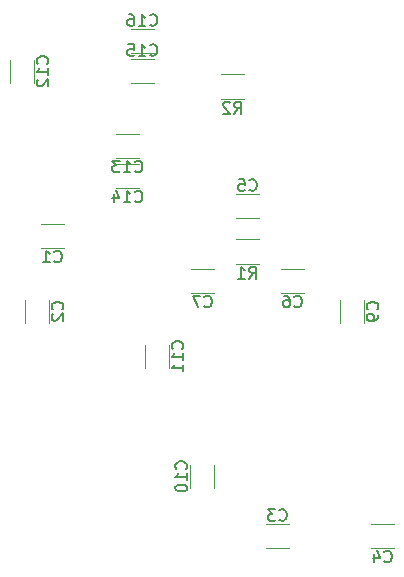
<source format=gbo>
G04 #@! TF.FileFunction,Legend,Bot*
%FSLAX46Y46*%
G04 Gerber Fmt 4.6, Leading zero omitted, Abs format (unit mm)*
G04 Created by KiCad (PCBNEW 4.0.6) date 02/19/18 18:11:23*
%MOMM*%
%LPD*%
G01*
G04 APERTURE LIST*
%ADD10C,0.100000*%
%ADD11C,0.120000*%
%ADD12C,0.150000*%
G04 APERTURE END LIST*
D10*
D11*
X120380000Y-79760000D02*
X118380000Y-79760000D01*
X118380000Y-77720000D02*
X120380000Y-77720000D01*
X119130000Y-84090000D02*
X119130000Y-86090000D01*
X117090000Y-86090000D02*
X117090000Y-84090000D01*
X137430000Y-103120000D02*
X139430000Y-103120000D01*
X139430000Y-105160000D02*
X137430000Y-105160000D01*
X148320000Y-105160000D02*
X146320000Y-105160000D01*
X146320000Y-103120000D02*
X148320000Y-103120000D01*
X134890000Y-75180000D02*
X136890000Y-75180000D01*
X136890000Y-77220000D02*
X134890000Y-77220000D01*
X140700000Y-83570000D02*
X138700000Y-83570000D01*
X138700000Y-81530000D02*
X140700000Y-81530000D01*
X133080000Y-83570000D02*
X131080000Y-83570000D01*
X131080000Y-81530000D02*
X133080000Y-81530000D01*
X145800000Y-84090000D02*
X145800000Y-86090000D01*
X143760000Y-86090000D02*
X143760000Y-84090000D01*
X131060000Y-100060000D02*
X131060000Y-98060000D01*
X133100000Y-98060000D02*
X133100000Y-100060000D01*
X129290000Y-87900000D02*
X129290000Y-89900000D01*
X127250000Y-89900000D02*
X127250000Y-87900000D01*
X117860000Y-63770000D02*
X117860000Y-65770000D01*
X115820000Y-65770000D02*
X115820000Y-63770000D01*
X126730000Y-72140000D02*
X124730000Y-72140000D01*
X124730000Y-70100000D02*
X126730000Y-70100000D01*
X126730000Y-74680000D02*
X124730000Y-74680000D01*
X124730000Y-72640000D02*
X126730000Y-72640000D01*
X126000000Y-63750000D02*
X128000000Y-63750000D01*
X128000000Y-65790000D02*
X126000000Y-65790000D01*
X126000000Y-61210000D02*
X128000000Y-61210000D01*
X128000000Y-63250000D02*
X126000000Y-63250000D01*
X136890000Y-78940000D02*
X134890000Y-78940000D01*
X134890000Y-81080000D02*
X136890000Y-81080000D01*
X135620000Y-64970000D02*
X133620000Y-64970000D01*
X133620000Y-67110000D02*
X135620000Y-67110000D01*
D12*
X119546666Y-80847143D02*
X119594285Y-80894762D01*
X119737142Y-80942381D01*
X119832380Y-80942381D01*
X119975238Y-80894762D01*
X120070476Y-80799524D01*
X120118095Y-80704286D01*
X120165714Y-80513810D01*
X120165714Y-80370952D01*
X120118095Y-80180476D01*
X120070476Y-80085238D01*
X119975238Y-79990000D01*
X119832380Y-79942381D01*
X119737142Y-79942381D01*
X119594285Y-79990000D01*
X119546666Y-80037619D01*
X118594285Y-80942381D02*
X119165714Y-80942381D01*
X118880000Y-80942381D02*
X118880000Y-79942381D01*
X118975238Y-80085238D01*
X119070476Y-80180476D01*
X119165714Y-80228095D01*
X120217143Y-84923334D02*
X120264762Y-84875715D01*
X120312381Y-84732858D01*
X120312381Y-84637620D01*
X120264762Y-84494762D01*
X120169524Y-84399524D01*
X120074286Y-84351905D01*
X119883810Y-84304286D01*
X119740952Y-84304286D01*
X119550476Y-84351905D01*
X119455238Y-84399524D01*
X119360000Y-84494762D01*
X119312381Y-84637620D01*
X119312381Y-84732858D01*
X119360000Y-84875715D01*
X119407619Y-84923334D01*
X119407619Y-85304286D02*
X119360000Y-85351905D01*
X119312381Y-85447143D01*
X119312381Y-85685239D01*
X119360000Y-85780477D01*
X119407619Y-85828096D01*
X119502857Y-85875715D01*
X119598095Y-85875715D01*
X119740952Y-85828096D01*
X120312381Y-85256667D01*
X120312381Y-85875715D01*
X138596666Y-102747143D02*
X138644285Y-102794762D01*
X138787142Y-102842381D01*
X138882380Y-102842381D01*
X139025238Y-102794762D01*
X139120476Y-102699524D01*
X139168095Y-102604286D01*
X139215714Y-102413810D01*
X139215714Y-102270952D01*
X139168095Y-102080476D01*
X139120476Y-101985238D01*
X139025238Y-101890000D01*
X138882380Y-101842381D01*
X138787142Y-101842381D01*
X138644285Y-101890000D01*
X138596666Y-101937619D01*
X138263333Y-101842381D02*
X137644285Y-101842381D01*
X137977619Y-102223333D01*
X137834761Y-102223333D01*
X137739523Y-102270952D01*
X137691904Y-102318571D01*
X137644285Y-102413810D01*
X137644285Y-102651905D01*
X137691904Y-102747143D01*
X137739523Y-102794762D01*
X137834761Y-102842381D01*
X138120476Y-102842381D01*
X138215714Y-102794762D01*
X138263333Y-102747143D01*
X147486666Y-106247143D02*
X147534285Y-106294762D01*
X147677142Y-106342381D01*
X147772380Y-106342381D01*
X147915238Y-106294762D01*
X148010476Y-106199524D01*
X148058095Y-106104286D01*
X148105714Y-105913810D01*
X148105714Y-105770952D01*
X148058095Y-105580476D01*
X148010476Y-105485238D01*
X147915238Y-105390000D01*
X147772380Y-105342381D01*
X147677142Y-105342381D01*
X147534285Y-105390000D01*
X147486666Y-105437619D01*
X146629523Y-105675714D02*
X146629523Y-106342381D01*
X146867619Y-105294762D02*
X147105714Y-106009048D01*
X146486666Y-106009048D01*
X136056666Y-74807143D02*
X136104285Y-74854762D01*
X136247142Y-74902381D01*
X136342380Y-74902381D01*
X136485238Y-74854762D01*
X136580476Y-74759524D01*
X136628095Y-74664286D01*
X136675714Y-74473810D01*
X136675714Y-74330952D01*
X136628095Y-74140476D01*
X136580476Y-74045238D01*
X136485238Y-73950000D01*
X136342380Y-73902381D01*
X136247142Y-73902381D01*
X136104285Y-73950000D01*
X136056666Y-73997619D01*
X135151904Y-73902381D02*
X135628095Y-73902381D01*
X135675714Y-74378571D01*
X135628095Y-74330952D01*
X135532857Y-74283333D01*
X135294761Y-74283333D01*
X135199523Y-74330952D01*
X135151904Y-74378571D01*
X135104285Y-74473810D01*
X135104285Y-74711905D01*
X135151904Y-74807143D01*
X135199523Y-74854762D01*
X135294761Y-74902381D01*
X135532857Y-74902381D01*
X135628095Y-74854762D01*
X135675714Y-74807143D01*
X139866666Y-84657143D02*
X139914285Y-84704762D01*
X140057142Y-84752381D01*
X140152380Y-84752381D01*
X140295238Y-84704762D01*
X140390476Y-84609524D01*
X140438095Y-84514286D01*
X140485714Y-84323810D01*
X140485714Y-84180952D01*
X140438095Y-83990476D01*
X140390476Y-83895238D01*
X140295238Y-83800000D01*
X140152380Y-83752381D01*
X140057142Y-83752381D01*
X139914285Y-83800000D01*
X139866666Y-83847619D01*
X139009523Y-83752381D02*
X139200000Y-83752381D01*
X139295238Y-83800000D01*
X139342857Y-83847619D01*
X139438095Y-83990476D01*
X139485714Y-84180952D01*
X139485714Y-84561905D01*
X139438095Y-84657143D01*
X139390476Y-84704762D01*
X139295238Y-84752381D01*
X139104761Y-84752381D01*
X139009523Y-84704762D01*
X138961904Y-84657143D01*
X138914285Y-84561905D01*
X138914285Y-84323810D01*
X138961904Y-84228571D01*
X139009523Y-84180952D01*
X139104761Y-84133333D01*
X139295238Y-84133333D01*
X139390476Y-84180952D01*
X139438095Y-84228571D01*
X139485714Y-84323810D01*
X132246666Y-84657143D02*
X132294285Y-84704762D01*
X132437142Y-84752381D01*
X132532380Y-84752381D01*
X132675238Y-84704762D01*
X132770476Y-84609524D01*
X132818095Y-84514286D01*
X132865714Y-84323810D01*
X132865714Y-84180952D01*
X132818095Y-83990476D01*
X132770476Y-83895238D01*
X132675238Y-83800000D01*
X132532380Y-83752381D01*
X132437142Y-83752381D01*
X132294285Y-83800000D01*
X132246666Y-83847619D01*
X131913333Y-83752381D02*
X131246666Y-83752381D01*
X131675238Y-84752381D01*
X146887143Y-84923334D02*
X146934762Y-84875715D01*
X146982381Y-84732858D01*
X146982381Y-84637620D01*
X146934762Y-84494762D01*
X146839524Y-84399524D01*
X146744286Y-84351905D01*
X146553810Y-84304286D01*
X146410952Y-84304286D01*
X146220476Y-84351905D01*
X146125238Y-84399524D01*
X146030000Y-84494762D01*
X145982381Y-84637620D01*
X145982381Y-84732858D01*
X146030000Y-84875715D01*
X146077619Y-84923334D01*
X146982381Y-85399524D02*
X146982381Y-85590000D01*
X146934762Y-85685239D01*
X146887143Y-85732858D01*
X146744286Y-85828096D01*
X146553810Y-85875715D01*
X146172857Y-85875715D01*
X146077619Y-85828096D01*
X146030000Y-85780477D01*
X145982381Y-85685239D01*
X145982381Y-85494762D01*
X146030000Y-85399524D01*
X146077619Y-85351905D01*
X146172857Y-85304286D01*
X146410952Y-85304286D01*
X146506190Y-85351905D01*
X146553810Y-85399524D01*
X146601429Y-85494762D01*
X146601429Y-85685239D01*
X146553810Y-85780477D01*
X146506190Y-85828096D01*
X146410952Y-85875715D01*
X130687143Y-98417143D02*
X130734762Y-98369524D01*
X130782381Y-98226667D01*
X130782381Y-98131429D01*
X130734762Y-97988571D01*
X130639524Y-97893333D01*
X130544286Y-97845714D01*
X130353810Y-97798095D01*
X130210952Y-97798095D01*
X130020476Y-97845714D01*
X129925238Y-97893333D01*
X129830000Y-97988571D01*
X129782381Y-98131429D01*
X129782381Y-98226667D01*
X129830000Y-98369524D01*
X129877619Y-98417143D01*
X130782381Y-99369524D02*
X130782381Y-98798095D01*
X130782381Y-99083809D02*
X129782381Y-99083809D01*
X129925238Y-98988571D01*
X130020476Y-98893333D01*
X130068095Y-98798095D01*
X129782381Y-99988571D02*
X129782381Y-100083810D01*
X129830000Y-100179048D01*
X129877619Y-100226667D01*
X129972857Y-100274286D01*
X130163333Y-100321905D01*
X130401429Y-100321905D01*
X130591905Y-100274286D01*
X130687143Y-100226667D01*
X130734762Y-100179048D01*
X130782381Y-100083810D01*
X130782381Y-99988571D01*
X130734762Y-99893333D01*
X130687143Y-99845714D01*
X130591905Y-99798095D01*
X130401429Y-99750476D01*
X130163333Y-99750476D01*
X129972857Y-99798095D01*
X129877619Y-99845714D01*
X129830000Y-99893333D01*
X129782381Y-99988571D01*
X130377143Y-88257143D02*
X130424762Y-88209524D01*
X130472381Y-88066667D01*
X130472381Y-87971429D01*
X130424762Y-87828571D01*
X130329524Y-87733333D01*
X130234286Y-87685714D01*
X130043810Y-87638095D01*
X129900952Y-87638095D01*
X129710476Y-87685714D01*
X129615238Y-87733333D01*
X129520000Y-87828571D01*
X129472381Y-87971429D01*
X129472381Y-88066667D01*
X129520000Y-88209524D01*
X129567619Y-88257143D01*
X130472381Y-89209524D02*
X130472381Y-88638095D01*
X130472381Y-88923809D02*
X129472381Y-88923809D01*
X129615238Y-88828571D01*
X129710476Y-88733333D01*
X129758095Y-88638095D01*
X130472381Y-90161905D02*
X130472381Y-89590476D01*
X130472381Y-89876190D02*
X129472381Y-89876190D01*
X129615238Y-89780952D01*
X129710476Y-89685714D01*
X129758095Y-89590476D01*
X118947143Y-64127143D02*
X118994762Y-64079524D01*
X119042381Y-63936667D01*
X119042381Y-63841429D01*
X118994762Y-63698571D01*
X118899524Y-63603333D01*
X118804286Y-63555714D01*
X118613810Y-63508095D01*
X118470952Y-63508095D01*
X118280476Y-63555714D01*
X118185238Y-63603333D01*
X118090000Y-63698571D01*
X118042381Y-63841429D01*
X118042381Y-63936667D01*
X118090000Y-64079524D01*
X118137619Y-64127143D01*
X119042381Y-65079524D02*
X119042381Y-64508095D01*
X119042381Y-64793809D02*
X118042381Y-64793809D01*
X118185238Y-64698571D01*
X118280476Y-64603333D01*
X118328095Y-64508095D01*
X118137619Y-65460476D02*
X118090000Y-65508095D01*
X118042381Y-65603333D01*
X118042381Y-65841429D01*
X118090000Y-65936667D01*
X118137619Y-65984286D01*
X118232857Y-66031905D01*
X118328095Y-66031905D01*
X118470952Y-65984286D01*
X119042381Y-65412857D01*
X119042381Y-66031905D01*
X126372857Y-73227143D02*
X126420476Y-73274762D01*
X126563333Y-73322381D01*
X126658571Y-73322381D01*
X126801429Y-73274762D01*
X126896667Y-73179524D01*
X126944286Y-73084286D01*
X126991905Y-72893810D01*
X126991905Y-72750952D01*
X126944286Y-72560476D01*
X126896667Y-72465238D01*
X126801429Y-72370000D01*
X126658571Y-72322381D01*
X126563333Y-72322381D01*
X126420476Y-72370000D01*
X126372857Y-72417619D01*
X125420476Y-73322381D02*
X125991905Y-73322381D01*
X125706191Y-73322381D02*
X125706191Y-72322381D01*
X125801429Y-72465238D01*
X125896667Y-72560476D01*
X125991905Y-72608095D01*
X125087143Y-72322381D02*
X124468095Y-72322381D01*
X124801429Y-72703333D01*
X124658571Y-72703333D01*
X124563333Y-72750952D01*
X124515714Y-72798571D01*
X124468095Y-72893810D01*
X124468095Y-73131905D01*
X124515714Y-73227143D01*
X124563333Y-73274762D01*
X124658571Y-73322381D01*
X124944286Y-73322381D01*
X125039524Y-73274762D01*
X125087143Y-73227143D01*
X126372857Y-75767143D02*
X126420476Y-75814762D01*
X126563333Y-75862381D01*
X126658571Y-75862381D01*
X126801429Y-75814762D01*
X126896667Y-75719524D01*
X126944286Y-75624286D01*
X126991905Y-75433810D01*
X126991905Y-75290952D01*
X126944286Y-75100476D01*
X126896667Y-75005238D01*
X126801429Y-74910000D01*
X126658571Y-74862381D01*
X126563333Y-74862381D01*
X126420476Y-74910000D01*
X126372857Y-74957619D01*
X125420476Y-75862381D02*
X125991905Y-75862381D01*
X125706191Y-75862381D02*
X125706191Y-74862381D01*
X125801429Y-75005238D01*
X125896667Y-75100476D01*
X125991905Y-75148095D01*
X124563333Y-75195714D02*
X124563333Y-75862381D01*
X124801429Y-74814762D02*
X125039524Y-75529048D01*
X124420476Y-75529048D01*
X127642857Y-63377143D02*
X127690476Y-63424762D01*
X127833333Y-63472381D01*
X127928571Y-63472381D01*
X128071429Y-63424762D01*
X128166667Y-63329524D01*
X128214286Y-63234286D01*
X128261905Y-63043810D01*
X128261905Y-62900952D01*
X128214286Y-62710476D01*
X128166667Y-62615238D01*
X128071429Y-62520000D01*
X127928571Y-62472381D01*
X127833333Y-62472381D01*
X127690476Y-62520000D01*
X127642857Y-62567619D01*
X126690476Y-63472381D02*
X127261905Y-63472381D01*
X126976191Y-63472381D02*
X126976191Y-62472381D01*
X127071429Y-62615238D01*
X127166667Y-62710476D01*
X127261905Y-62758095D01*
X125785714Y-62472381D02*
X126261905Y-62472381D01*
X126309524Y-62948571D01*
X126261905Y-62900952D01*
X126166667Y-62853333D01*
X125928571Y-62853333D01*
X125833333Y-62900952D01*
X125785714Y-62948571D01*
X125738095Y-63043810D01*
X125738095Y-63281905D01*
X125785714Y-63377143D01*
X125833333Y-63424762D01*
X125928571Y-63472381D01*
X126166667Y-63472381D01*
X126261905Y-63424762D01*
X126309524Y-63377143D01*
X127642857Y-60837143D02*
X127690476Y-60884762D01*
X127833333Y-60932381D01*
X127928571Y-60932381D01*
X128071429Y-60884762D01*
X128166667Y-60789524D01*
X128214286Y-60694286D01*
X128261905Y-60503810D01*
X128261905Y-60360952D01*
X128214286Y-60170476D01*
X128166667Y-60075238D01*
X128071429Y-59980000D01*
X127928571Y-59932381D01*
X127833333Y-59932381D01*
X127690476Y-59980000D01*
X127642857Y-60027619D01*
X126690476Y-60932381D02*
X127261905Y-60932381D01*
X126976191Y-60932381D02*
X126976191Y-59932381D01*
X127071429Y-60075238D01*
X127166667Y-60170476D01*
X127261905Y-60218095D01*
X125833333Y-59932381D02*
X126023810Y-59932381D01*
X126119048Y-59980000D01*
X126166667Y-60027619D01*
X126261905Y-60170476D01*
X126309524Y-60360952D01*
X126309524Y-60741905D01*
X126261905Y-60837143D01*
X126214286Y-60884762D01*
X126119048Y-60932381D01*
X125928571Y-60932381D01*
X125833333Y-60884762D01*
X125785714Y-60837143D01*
X125738095Y-60741905D01*
X125738095Y-60503810D01*
X125785714Y-60408571D01*
X125833333Y-60360952D01*
X125928571Y-60313333D01*
X126119048Y-60313333D01*
X126214286Y-60360952D01*
X126261905Y-60408571D01*
X126309524Y-60503810D01*
X136056666Y-82312381D02*
X136390000Y-81836190D01*
X136628095Y-82312381D02*
X136628095Y-81312381D01*
X136247142Y-81312381D01*
X136151904Y-81360000D01*
X136104285Y-81407619D01*
X136056666Y-81502857D01*
X136056666Y-81645714D01*
X136104285Y-81740952D01*
X136151904Y-81788571D01*
X136247142Y-81836190D01*
X136628095Y-81836190D01*
X135104285Y-82312381D02*
X135675714Y-82312381D01*
X135390000Y-82312381D02*
X135390000Y-81312381D01*
X135485238Y-81455238D01*
X135580476Y-81550476D01*
X135675714Y-81598095D01*
X134786666Y-68342381D02*
X135120000Y-67866190D01*
X135358095Y-68342381D02*
X135358095Y-67342381D01*
X134977142Y-67342381D01*
X134881904Y-67390000D01*
X134834285Y-67437619D01*
X134786666Y-67532857D01*
X134786666Y-67675714D01*
X134834285Y-67770952D01*
X134881904Y-67818571D01*
X134977142Y-67866190D01*
X135358095Y-67866190D01*
X134405714Y-67437619D02*
X134358095Y-67390000D01*
X134262857Y-67342381D01*
X134024761Y-67342381D01*
X133929523Y-67390000D01*
X133881904Y-67437619D01*
X133834285Y-67532857D01*
X133834285Y-67628095D01*
X133881904Y-67770952D01*
X134453333Y-68342381D01*
X133834285Y-68342381D01*
M02*

</source>
